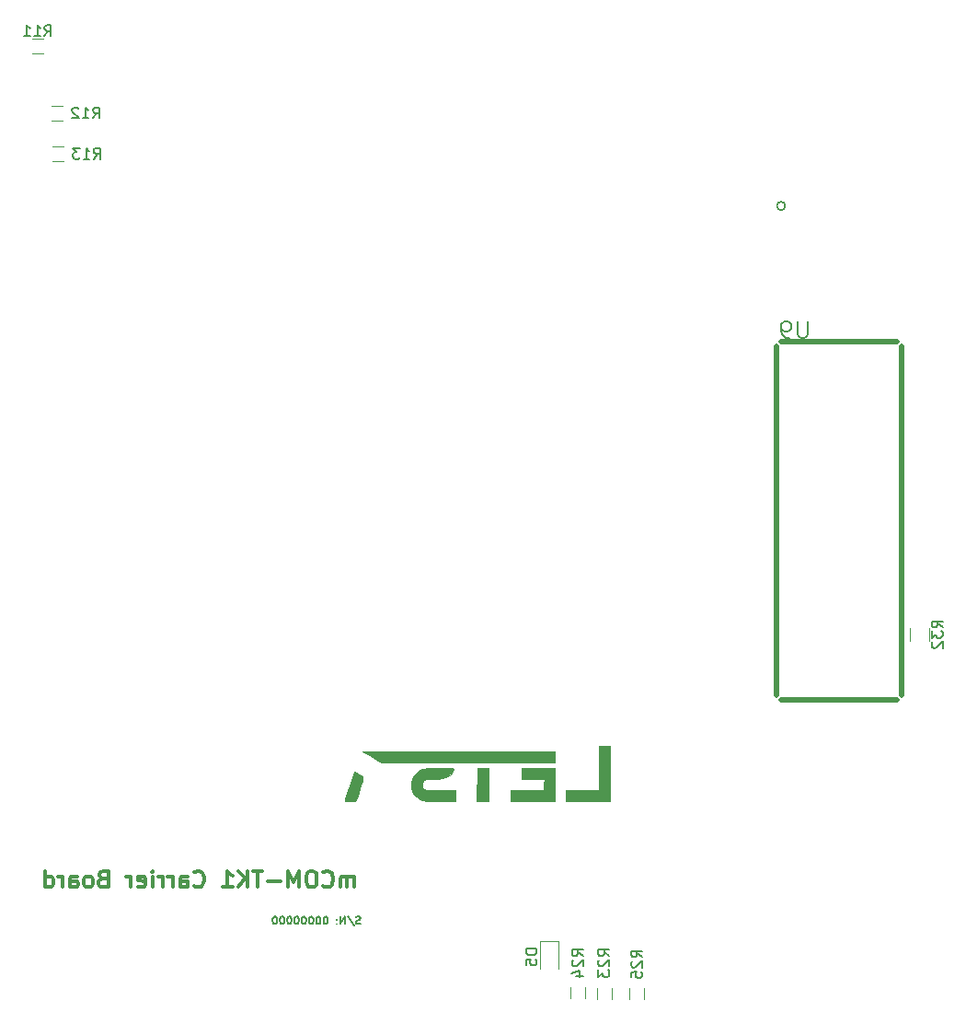
<source format=gbr>
G04 #@! TF.FileFunction,Legend,Bot*
%FSLAX45Y45*%
G04 Gerber Fmt 4.5, Leading zero omitted, Abs format (unit mm)*
G04 Created by KiCad (PCBNEW 4.0.7) date 02/13/18 13:39:06*
%MOMM*%
%LPD*%
G01*
G04 APERTURE LIST*
%ADD10C,0.100000*%
%ADD11C,0.175000*%
%ADD12C,0.300000*%
%ADD13C,0.010000*%
%ADD14C,0.152400*%
%ADD15C,0.120000*%
%ADD16C,0.500000*%
%ADD17C,0.150000*%
G04 APERTURE END LIST*
D10*
D11*
X11728333Y-10728333D02*
X11718333Y-10731667D01*
X11701667Y-10731667D01*
X11695000Y-10728333D01*
X11691667Y-10725000D01*
X11688333Y-10718333D01*
X11688333Y-10711667D01*
X11691667Y-10705000D01*
X11695000Y-10701667D01*
X11701667Y-10698333D01*
X11715000Y-10695000D01*
X11721667Y-10691667D01*
X11725000Y-10688333D01*
X11728333Y-10681667D01*
X11728333Y-10675000D01*
X11725000Y-10668333D01*
X11721667Y-10665000D01*
X11715000Y-10661667D01*
X11698333Y-10661667D01*
X11688333Y-10665000D01*
X11608333Y-10658333D02*
X11668333Y-10748333D01*
X11585000Y-10731667D02*
X11585000Y-10661667D01*
X11545000Y-10731667D01*
X11545000Y-10661667D01*
X11511667Y-10725000D02*
X11508333Y-10728333D01*
X11511667Y-10731667D01*
X11515000Y-10728333D01*
X11511667Y-10725000D01*
X11511667Y-10731667D01*
X11511667Y-10688333D02*
X11508333Y-10691667D01*
X11511667Y-10695000D01*
X11515000Y-10691667D01*
X11511667Y-10688333D01*
X11511667Y-10695000D01*
X11411667Y-10661667D02*
X11405000Y-10661667D01*
X11398333Y-10665000D01*
X11395000Y-10668333D01*
X11391667Y-10675000D01*
X11388333Y-10688333D01*
X11388333Y-10705000D01*
X11391667Y-10718333D01*
X11395000Y-10725000D01*
X11398333Y-10728333D01*
X11405000Y-10731667D01*
X11411667Y-10731667D01*
X11418333Y-10728333D01*
X11421667Y-10725000D01*
X11425000Y-10718333D01*
X11428333Y-10705000D01*
X11428333Y-10688333D01*
X11425000Y-10675000D01*
X11421667Y-10668333D01*
X11418333Y-10665000D01*
X11411667Y-10661667D01*
X11345000Y-10661667D02*
X11338333Y-10661667D01*
X11331667Y-10665000D01*
X11328333Y-10668333D01*
X11325000Y-10675000D01*
X11321667Y-10688333D01*
X11321667Y-10705000D01*
X11325000Y-10718333D01*
X11328333Y-10725000D01*
X11331667Y-10728333D01*
X11338333Y-10731667D01*
X11345000Y-10731667D01*
X11351667Y-10728333D01*
X11355000Y-10725000D01*
X11358333Y-10718333D01*
X11361667Y-10705000D01*
X11361667Y-10688333D01*
X11358333Y-10675000D01*
X11355000Y-10668333D01*
X11351667Y-10665000D01*
X11345000Y-10661667D01*
X11278333Y-10661667D02*
X11271667Y-10661667D01*
X11265000Y-10665000D01*
X11261667Y-10668333D01*
X11258333Y-10675000D01*
X11255000Y-10688333D01*
X11255000Y-10705000D01*
X11258333Y-10718333D01*
X11261667Y-10725000D01*
X11265000Y-10728333D01*
X11271667Y-10731667D01*
X11278333Y-10731667D01*
X11285000Y-10728333D01*
X11288333Y-10725000D01*
X11291667Y-10718333D01*
X11295000Y-10705000D01*
X11295000Y-10688333D01*
X11291667Y-10675000D01*
X11288333Y-10668333D01*
X11285000Y-10665000D01*
X11278333Y-10661667D01*
X11211667Y-10661667D02*
X11205000Y-10661667D01*
X11198333Y-10665000D01*
X11195000Y-10668333D01*
X11191667Y-10675000D01*
X11188333Y-10688333D01*
X11188333Y-10705000D01*
X11191667Y-10718333D01*
X11195000Y-10725000D01*
X11198333Y-10728333D01*
X11205000Y-10731667D01*
X11211667Y-10731667D01*
X11218333Y-10728333D01*
X11221667Y-10725000D01*
X11225000Y-10718333D01*
X11228333Y-10705000D01*
X11228333Y-10688333D01*
X11225000Y-10675000D01*
X11221667Y-10668333D01*
X11218333Y-10665000D01*
X11211667Y-10661667D01*
X11145000Y-10661667D02*
X11138333Y-10661667D01*
X11131667Y-10665000D01*
X11128333Y-10668333D01*
X11125000Y-10675000D01*
X11121667Y-10688333D01*
X11121667Y-10705000D01*
X11125000Y-10718333D01*
X11128333Y-10725000D01*
X11131667Y-10728333D01*
X11138333Y-10731667D01*
X11145000Y-10731667D01*
X11151667Y-10728333D01*
X11155000Y-10725000D01*
X11158333Y-10718333D01*
X11161667Y-10705000D01*
X11161667Y-10688333D01*
X11158333Y-10675000D01*
X11155000Y-10668333D01*
X11151667Y-10665000D01*
X11145000Y-10661667D01*
X11078333Y-10661667D02*
X11071667Y-10661667D01*
X11065000Y-10665000D01*
X11061667Y-10668333D01*
X11058333Y-10675000D01*
X11055000Y-10688333D01*
X11055000Y-10705000D01*
X11058333Y-10718333D01*
X11061667Y-10725000D01*
X11065000Y-10728333D01*
X11071667Y-10731667D01*
X11078333Y-10731667D01*
X11085000Y-10728333D01*
X11088333Y-10725000D01*
X11091667Y-10718333D01*
X11095000Y-10705000D01*
X11095000Y-10688333D01*
X11091667Y-10675000D01*
X11088333Y-10668333D01*
X11085000Y-10665000D01*
X11078333Y-10661667D01*
X11011667Y-10661667D02*
X11005000Y-10661667D01*
X10998333Y-10665000D01*
X10995000Y-10668333D01*
X10991667Y-10675000D01*
X10988333Y-10688333D01*
X10988333Y-10705000D01*
X10991667Y-10718333D01*
X10995000Y-10725000D01*
X10998333Y-10728333D01*
X11005000Y-10731667D01*
X11011667Y-10731667D01*
X11018333Y-10728333D01*
X11021667Y-10725000D01*
X11025000Y-10718333D01*
X11028333Y-10705000D01*
X11028333Y-10688333D01*
X11025000Y-10675000D01*
X11021667Y-10668333D01*
X11018333Y-10665000D01*
X11011667Y-10661667D01*
X10945000Y-10661667D02*
X10938333Y-10661667D01*
X10931667Y-10665000D01*
X10928333Y-10668333D01*
X10925000Y-10675000D01*
X10921667Y-10688333D01*
X10921667Y-10705000D01*
X10925000Y-10718333D01*
X10928333Y-10725000D01*
X10931667Y-10728333D01*
X10938333Y-10731667D01*
X10945000Y-10731667D01*
X10951667Y-10728333D01*
X10955000Y-10725000D01*
X10958333Y-10718333D01*
X10961667Y-10705000D01*
X10961667Y-10688333D01*
X10958333Y-10675000D01*
X10955000Y-10668333D01*
X10951667Y-10665000D01*
X10945000Y-10661667D01*
D12*
X11671428Y-10392857D02*
X11671428Y-10292857D01*
X11671428Y-10307143D02*
X11664286Y-10300000D01*
X11650000Y-10292857D01*
X11628571Y-10292857D01*
X11614286Y-10300000D01*
X11607143Y-10314286D01*
X11607143Y-10392857D01*
X11607143Y-10314286D02*
X11600000Y-10300000D01*
X11585714Y-10292857D01*
X11564286Y-10292857D01*
X11550000Y-10300000D01*
X11542857Y-10314286D01*
X11542857Y-10392857D01*
X11385714Y-10378571D02*
X11392857Y-10385714D01*
X11414286Y-10392857D01*
X11428571Y-10392857D01*
X11450000Y-10385714D01*
X11464286Y-10371429D01*
X11471428Y-10357143D01*
X11478571Y-10328571D01*
X11478571Y-10307143D01*
X11471428Y-10278571D01*
X11464286Y-10264286D01*
X11450000Y-10250000D01*
X11428571Y-10242857D01*
X11414286Y-10242857D01*
X11392857Y-10250000D01*
X11385714Y-10257143D01*
X11292857Y-10242857D02*
X11264286Y-10242857D01*
X11250000Y-10250000D01*
X11235714Y-10264286D01*
X11228571Y-10292857D01*
X11228571Y-10342857D01*
X11235714Y-10371429D01*
X11250000Y-10385714D01*
X11264286Y-10392857D01*
X11292857Y-10392857D01*
X11307143Y-10385714D01*
X11321428Y-10371429D01*
X11328571Y-10342857D01*
X11328571Y-10292857D01*
X11321428Y-10264286D01*
X11307143Y-10250000D01*
X11292857Y-10242857D01*
X11164286Y-10392857D02*
X11164286Y-10242857D01*
X11114286Y-10350000D01*
X11064286Y-10242857D01*
X11064286Y-10392857D01*
X10992857Y-10335714D02*
X10878571Y-10335714D01*
X10828571Y-10242857D02*
X10742857Y-10242857D01*
X10785714Y-10392857D02*
X10785714Y-10242857D01*
X10692857Y-10392857D02*
X10692857Y-10242857D01*
X10607143Y-10392857D02*
X10671428Y-10307143D01*
X10607143Y-10242857D02*
X10692857Y-10328571D01*
X10464286Y-10392857D02*
X10550000Y-10392857D01*
X10507143Y-10392857D02*
X10507143Y-10242857D01*
X10521428Y-10264286D01*
X10535714Y-10278571D01*
X10550000Y-10285714D01*
X10200000Y-10378571D02*
X10207143Y-10385714D01*
X10228571Y-10392857D01*
X10242857Y-10392857D01*
X10264286Y-10385714D01*
X10278571Y-10371429D01*
X10285714Y-10357143D01*
X10292857Y-10328571D01*
X10292857Y-10307143D01*
X10285714Y-10278571D01*
X10278571Y-10264286D01*
X10264286Y-10250000D01*
X10242857Y-10242857D01*
X10228571Y-10242857D01*
X10207143Y-10250000D01*
X10200000Y-10257143D01*
X10071429Y-10392857D02*
X10071429Y-10314286D01*
X10078571Y-10300000D01*
X10092857Y-10292857D01*
X10121429Y-10292857D01*
X10135714Y-10300000D01*
X10071429Y-10385714D02*
X10085714Y-10392857D01*
X10121429Y-10392857D01*
X10135714Y-10385714D01*
X10142857Y-10371429D01*
X10142857Y-10357143D01*
X10135714Y-10342857D01*
X10121429Y-10335714D01*
X10085714Y-10335714D01*
X10071429Y-10328571D01*
X10000000Y-10392857D02*
X10000000Y-10292857D01*
X10000000Y-10321429D02*
X9992857Y-10307143D01*
X9985714Y-10300000D01*
X9971429Y-10292857D01*
X9957143Y-10292857D01*
X9907143Y-10392857D02*
X9907143Y-10292857D01*
X9907143Y-10321429D02*
X9900000Y-10307143D01*
X9892857Y-10300000D01*
X9878571Y-10292857D01*
X9864286Y-10292857D01*
X9814286Y-10392857D02*
X9814286Y-10292857D01*
X9814286Y-10242857D02*
X9821429Y-10250000D01*
X9814286Y-10257143D01*
X9807143Y-10250000D01*
X9814286Y-10242857D01*
X9814286Y-10257143D01*
X9685714Y-10385714D02*
X9700000Y-10392857D01*
X9728571Y-10392857D01*
X9742857Y-10385714D01*
X9750000Y-10371429D01*
X9750000Y-10314286D01*
X9742857Y-10300000D01*
X9728571Y-10292857D01*
X9700000Y-10292857D01*
X9685714Y-10300000D01*
X9678571Y-10314286D01*
X9678571Y-10328571D01*
X9750000Y-10342857D01*
X9614286Y-10392857D02*
X9614286Y-10292857D01*
X9614286Y-10321429D02*
X9607143Y-10307143D01*
X9600000Y-10300000D01*
X9585714Y-10292857D01*
X9571429Y-10292857D01*
X9357143Y-10314286D02*
X9335714Y-10321429D01*
X9328572Y-10328571D01*
X9321429Y-10342857D01*
X9321429Y-10364286D01*
X9328572Y-10378571D01*
X9335714Y-10385714D01*
X9350000Y-10392857D01*
X9407143Y-10392857D01*
X9407143Y-10242857D01*
X9357143Y-10242857D01*
X9342857Y-10250000D01*
X9335714Y-10257143D01*
X9328572Y-10271429D01*
X9328572Y-10285714D01*
X9335714Y-10300000D01*
X9342857Y-10307143D01*
X9357143Y-10314286D01*
X9407143Y-10314286D01*
X9235714Y-10392857D02*
X9250000Y-10385714D01*
X9257143Y-10378571D01*
X9264286Y-10364286D01*
X9264286Y-10321429D01*
X9257143Y-10307143D01*
X9250000Y-10300000D01*
X9235714Y-10292857D01*
X9214286Y-10292857D01*
X9200000Y-10300000D01*
X9192857Y-10307143D01*
X9185714Y-10321429D01*
X9185714Y-10364286D01*
X9192857Y-10378571D01*
X9200000Y-10385714D01*
X9214286Y-10392857D01*
X9235714Y-10392857D01*
X9057143Y-10392857D02*
X9057143Y-10314286D01*
X9064286Y-10300000D01*
X9078572Y-10292857D01*
X9107143Y-10292857D01*
X9121429Y-10300000D01*
X9057143Y-10385714D02*
X9071429Y-10392857D01*
X9107143Y-10392857D01*
X9121429Y-10385714D01*
X9128572Y-10371429D01*
X9128572Y-10357143D01*
X9121429Y-10342857D01*
X9107143Y-10335714D01*
X9071429Y-10335714D01*
X9057143Y-10328571D01*
X8985714Y-10392857D02*
X8985714Y-10292857D01*
X8985714Y-10321429D02*
X8978572Y-10307143D01*
X8971429Y-10300000D01*
X8957143Y-10292857D01*
X8942857Y-10292857D01*
X8828572Y-10392857D02*
X8828572Y-10242857D01*
X8828572Y-10385714D02*
X8842857Y-10392857D01*
X8871429Y-10392857D01*
X8885714Y-10385714D01*
X8892857Y-10378571D01*
X8900000Y-10364286D01*
X8900000Y-10321429D01*
X8892857Y-10307143D01*
X8885714Y-10300000D01*
X8871429Y-10292857D01*
X8842857Y-10292857D01*
X8828572Y-10300000D01*
D13*
G36*
X13926267Y-9298398D02*
X13924750Y-9501886D01*
X13621678Y-9501886D01*
X13621682Y-9602909D01*
X14025773Y-9602909D01*
X14025773Y-9094909D01*
X13927784Y-9094909D01*
X13926267Y-9298398D01*
X13926267Y-9298398D01*
G37*
X13926267Y-9298398D02*
X13924750Y-9501886D01*
X13621678Y-9501886D01*
X13621682Y-9602909D01*
X14025773Y-9602909D01*
X14025773Y-9094909D01*
X13927784Y-9094909D01*
X13926267Y-9298398D01*
G36*
X13211818Y-9400864D02*
X13420086Y-9400864D01*
X13418418Y-9451375D01*
X13416750Y-9501886D01*
X13263773Y-9503037D01*
X13110795Y-9504188D01*
X13109128Y-9553549D01*
X13107460Y-9602909D01*
X13517773Y-9602909D01*
X13517773Y-9296955D01*
X13211818Y-9296955D01*
X13211818Y-9400864D01*
X13211818Y-9400864D01*
G37*
X13211818Y-9400864D02*
X13420086Y-9400864D01*
X13418418Y-9451375D01*
X13416750Y-9501886D01*
X13263773Y-9503037D01*
X13110795Y-9504188D01*
X13109128Y-9553549D01*
X13107460Y-9602909D01*
X13517773Y-9602909D01*
X13517773Y-9296955D01*
X13211818Y-9296955D01*
X13211818Y-9400864D01*
G36*
X12855352Y-9298173D02*
X12804841Y-9299841D01*
X12801763Y-9602909D01*
X12905864Y-9602909D01*
X12905864Y-9296505D01*
X12855352Y-9298173D01*
X12855352Y-9298173D01*
G37*
X12855352Y-9298173D02*
X12804841Y-9299841D01*
X12801763Y-9602909D01*
X12905864Y-9602909D01*
X12905864Y-9296505D01*
X12855352Y-9298173D01*
G36*
X12409753Y-9297205D02*
X12369893Y-9298162D01*
X12338318Y-9300134D01*
X12313402Y-9303430D01*
X12293519Y-9308357D01*
X12277041Y-9315225D01*
X12262343Y-9324342D01*
X12247798Y-9336015D01*
X12246213Y-9337402D01*
X12219098Y-9368139D01*
X12201831Y-9402608D01*
X12194081Y-9439089D01*
X12195518Y-9475865D01*
X12205812Y-9511216D01*
X12224632Y-9543424D01*
X12251647Y-9570769D01*
X12286529Y-9591534D01*
X12295778Y-9595254D01*
X12309174Y-9597813D01*
X12333867Y-9599827D01*
X12369622Y-9601286D01*
X12416203Y-9602180D01*
X12457034Y-9602470D01*
X12599909Y-9602909D01*
X12599909Y-9504773D01*
X12472724Y-9504773D01*
X12424550Y-9504530D01*
X12386588Y-9503639D01*
X12357512Y-9501856D01*
X12335995Y-9498937D01*
X12320711Y-9494637D01*
X12310334Y-9488713D01*
X12303537Y-9480920D01*
X12299691Y-9472926D01*
X12294447Y-9451355D01*
X12298228Y-9433943D01*
X12310829Y-9417738D01*
X12318324Y-9410604D01*
X12325471Y-9405831D01*
X12334679Y-9402946D01*
X12348359Y-9401472D01*
X12368921Y-9400937D01*
X12396502Y-9400864D01*
X12443646Y-9399407D01*
X12481463Y-9394565D01*
X12511855Y-9385629D01*
X12536726Y-9371891D01*
X12557978Y-9352645D01*
X12571559Y-9335739D01*
X12580265Y-9323608D01*
X12585847Y-9314313D01*
X12587216Y-9307475D01*
X12583285Y-9302717D01*
X12572962Y-9299664D01*
X12555161Y-9297937D01*
X12528792Y-9297161D01*
X12492766Y-9296958D01*
X12459525Y-9296955D01*
X12409753Y-9297205D01*
X12409753Y-9297205D01*
G37*
X12409753Y-9297205D02*
X12369893Y-9298162D01*
X12338318Y-9300134D01*
X12313402Y-9303430D01*
X12293519Y-9308357D01*
X12277041Y-9315225D01*
X12262343Y-9324342D01*
X12247798Y-9336015D01*
X12246213Y-9337402D01*
X12219098Y-9368139D01*
X12201831Y-9402608D01*
X12194081Y-9439089D01*
X12195518Y-9475865D01*
X12205812Y-9511216D01*
X12224632Y-9543424D01*
X12251647Y-9570769D01*
X12286529Y-9591534D01*
X12295778Y-9595254D01*
X12309174Y-9597813D01*
X12333867Y-9599827D01*
X12369622Y-9601286D01*
X12416203Y-9602180D01*
X12457034Y-9602470D01*
X12599909Y-9602909D01*
X12599909Y-9504773D01*
X12472724Y-9504773D01*
X12424550Y-9504530D01*
X12386588Y-9503639D01*
X12357512Y-9501856D01*
X12335995Y-9498937D01*
X12320711Y-9494637D01*
X12310334Y-9488713D01*
X12303537Y-9480920D01*
X12299691Y-9472926D01*
X12294447Y-9451355D01*
X12298228Y-9433943D01*
X12310829Y-9417738D01*
X12318324Y-9410604D01*
X12325471Y-9405831D01*
X12334679Y-9402946D01*
X12348359Y-9401472D01*
X12368921Y-9400937D01*
X12396502Y-9400864D01*
X12443646Y-9399407D01*
X12481463Y-9394565D01*
X12511855Y-9385629D01*
X12536726Y-9371891D01*
X12557978Y-9352645D01*
X12571559Y-9335739D01*
X12580265Y-9323608D01*
X12585847Y-9314313D01*
X12587216Y-9307475D01*
X12583285Y-9302717D01*
X12572962Y-9299664D01*
X12555161Y-9297937D01*
X12528792Y-9297161D01*
X12492766Y-9296958D01*
X12459525Y-9296955D01*
X12409753Y-9297205D01*
G36*
X11627639Y-9463059D02*
X11615402Y-9499947D01*
X11604485Y-9533185D01*
X11595394Y-9561211D01*
X11588632Y-9582462D01*
X11584704Y-9595376D01*
X11583909Y-9598582D01*
X11589122Y-9601259D01*
X11602659Y-9602782D01*
X11621363Y-9603241D01*
X11642080Y-9602725D01*
X11661655Y-9601326D01*
X11676932Y-9599133D01*
X11684757Y-9596235D01*
X11685114Y-9595693D01*
X11687725Y-9588153D01*
X11693368Y-9571503D01*
X11701421Y-9547585D01*
X11711265Y-9518241D01*
X11722279Y-9485316D01*
X11722528Y-9484568D01*
X11734966Y-9447669D01*
X11743960Y-9420108D01*
X11749273Y-9400132D01*
X11750668Y-9385990D01*
X11747907Y-9375928D01*
X11740755Y-9368194D01*
X11728973Y-9361035D01*
X11712324Y-9352698D01*
X11704128Y-9348579D01*
X11671369Y-9331864D01*
X11627639Y-9463059D01*
X11627639Y-9463059D01*
G37*
X11627639Y-9463059D02*
X11615402Y-9499947D01*
X11604485Y-9533185D01*
X11595394Y-9561211D01*
X11588632Y-9582462D01*
X11584704Y-9595376D01*
X11583909Y-9598582D01*
X11589122Y-9601259D01*
X11602659Y-9602782D01*
X11621363Y-9603241D01*
X11642080Y-9602725D01*
X11661655Y-9601326D01*
X11676932Y-9599133D01*
X11684757Y-9596235D01*
X11685114Y-9595693D01*
X11687725Y-9588153D01*
X11693368Y-9571503D01*
X11701421Y-9547585D01*
X11711265Y-9518241D01*
X11722279Y-9485316D01*
X11722528Y-9484568D01*
X11734966Y-9447669D01*
X11743960Y-9420108D01*
X11749273Y-9400132D01*
X11750668Y-9385990D01*
X11747907Y-9375928D01*
X11740755Y-9368194D01*
X11728973Y-9361035D01*
X11712324Y-9352698D01*
X11704128Y-9348579D01*
X11671369Y-9331864D01*
X11627639Y-9463059D01*
G36*
X11796369Y-9170081D02*
X11823154Y-9184522D01*
X11851211Y-9201298D01*
X11875049Y-9217104D01*
X11877871Y-9219149D01*
X11912987Y-9245000D01*
X13517773Y-9245000D01*
X13517773Y-9146864D01*
X11749981Y-9146864D01*
X11796369Y-9170081D01*
X11796369Y-9170081D01*
G37*
X11796369Y-9170081D02*
X11823154Y-9184522D01*
X11851211Y-9201298D01*
X11875049Y-9217104D01*
X11877871Y-9219149D01*
X11912987Y-9245000D01*
X13517773Y-9245000D01*
X13517773Y-9146864D01*
X11749981Y-9146864D01*
X11796369Y-9170081D01*
D14*
X15638101Y-4129500D02*
G75*
G03X15638101Y-4129500I-38100J0D01*
G01*
D15*
X13380500Y-10886000D02*
X13550500Y-10886000D01*
X13550500Y-10886000D02*
X13550500Y-11141000D01*
X13380500Y-10886000D02*
X13380500Y-11141000D01*
X14043500Y-11421000D02*
X14043500Y-11321000D01*
X13907500Y-11321000D02*
X13907500Y-11421000D01*
X13801000Y-11411000D02*
X13801000Y-11311000D01*
X13665000Y-11311000D02*
X13665000Y-11411000D01*
X14341000Y-11421000D02*
X14341000Y-11321000D01*
X14205000Y-11321000D02*
X14205000Y-11421000D01*
X16788000Y-8009000D02*
X16788000Y-8129000D01*
X16964000Y-8129000D02*
X16964000Y-8009000D01*
D16*
X16710000Y-5420000D02*
X16710000Y-8630000D01*
X16670000Y-8670000D02*
X15600000Y-8670000D01*
X15560000Y-8630000D02*
X15560000Y-5420000D01*
X15600000Y-5380000D02*
X16670000Y-5380000D01*
D15*
X8707500Y-2725500D02*
X8807500Y-2725500D01*
X8807500Y-2589500D02*
X8707500Y-2589500D01*
X8890000Y-3345500D02*
X8990000Y-3345500D01*
X8990000Y-3209500D02*
X8890000Y-3209500D01*
X8892500Y-3718000D02*
X8992500Y-3718000D01*
X8992500Y-3582000D02*
X8892500Y-3582000D01*
D17*
X13350738Y-10959691D02*
X13250738Y-10959691D01*
X13250738Y-10983500D01*
X13255500Y-10997786D01*
X13265024Y-11007310D01*
X13274548Y-11012072D01*
X13293595Y-11016833D01*
X13307881Y-11016833D01*
X13326929Y-11012072D01*
X13336452Y-11007310D01*
X13345976Y-10997786D01*
X13350738Y-10983500D01*
X13350738Y-10959691D01*
X13250738Y-11107310D02*
X13250738Y-11059691D01*
X13298357Y-11054929D01*
X13293595Y-11059691D01*
X13288833Y-11069214D01*
X13288833Y-11093024D01*
X13293595Y-11102548D01*
X13298357Y-11107310D01*
X13307881Y-11112072D01*
X13331690Y-11112072D01*
X13341214Y-11107310D01*
X13345976Y-11102548D01*
X13350738Y-11093024D01*
X13350738Y-11069214D01*
X13345976Y-11059691D01*
X13341214Y-11054929D01*
X14018238Y-11026714D02*
X13970619Y-10993381D01*
X14018238Y-10969571D02*
X13918238Y-10969571D01*
X13918238Y-11007667D01*
X13923000Y-11017191D01*
X13927762Y-11021952D01*
X13937286Y-11026714D01*
X13951571Y-11026714D01*
X13961095Y-11021952D01*
X13965857Y-11017191D01*
X13970619Y-11007667D01*
X13970619Y-10969571D01*
X13927762Y-11064810D02*
X13923000Y-11069571D01*
X13918238Y-11079095D01*
X13918238Y-11102905D01*
X13923000Y-11112429D01*
X13927762Y-11117191D01*
X13937286Y-11121952D01*
X13946809Y-11121952D01*
X13961095Y-11117191D01*
X14018238Y-11060048D01*
X14018238Y-11121952D01*
X13918238Y-11155286D02*
X13918238Y-11217190D01*
X13956333Y-11183857D01*
X13956333Y-11198143D01*
X13961095Y-11207667D01*
X13965857Y-11212429D01*
X13975381Y-11217190D01*
X13999190Y-11217190D01*
X14008714Y-11212429D01*
X14013476Y-11207667D01*
X14018238Y-11198143D01*
X14018238Y-11169571D01*
X14013476Y-11160048D01*
X14008714Y-11155286D01*
X13775738Y-11026714D02*
X13728119Y-10993381D01*
X13775738Y-10969571D02*
X13675738Y-10969571D01*
X13675738Y-11007667D01*
X13680500Y-11017191D01*
X13685262Y-11021952D01*
X13694786Y-11026714D01*
X13709071Y-11026714D01*
X13718595Y-11021952D01*
X13723357Y-11017191D01*
X13728119Y-11007667D01*
X13728119Y-10969571D01*
X13685262Y-11064810D02*
X13680500Y-11069571D01*
X13675738Y-11079095D01*
X13675738Y-11102905D01*
X13680500Y-11112429D01*
X13685262Y-11117191D01*
X13694786Y-11121952D01*
X13704309Y-11121952D01*
X13718595Y-11117191D01*
X13775738Y-11060048D01*
X13775738Y-11121952D01*
X13709071Y-11207667D02*
X13775738Y-11207667D01*
X13670976Y-11183857D02*
X13742405Y-11160048D01*
X13742405Y-11221952D01*
X14320738Y-11036714D02*
X14273119Y-11003381D01*
X14320738Y-10979571D02*
X14220738Y-10979571D01*
X14220738Y-11017667D01*
X14225500Y-11027191D01*
X14230262Y-11031952D01*
X14239786Y-11036714D01*
X14254071Y-11036714D01*
X14263595Y-11031952D01*
X14268357Y-11027191D01*
X14273119Y-11017667D01*
X14273119Y-10979571D01*
X14230262Y-11074810D02*
X14225500Y-11079571D01*
X14220738Y-11089095D01*
X14220738Y-11112905D01*
X14225500Y-11122429D01*
X14230262Y-11127191D01*
X14239786Y-11131952D01*
X14249309Y-11131952D01*
X14263595Y-11127191D01*
X14320738Y-11070048D01*
X14320738Y-11131952D01*
X14220738Y-11222429D02*
X14220738Y-11174810D01*
X14268357Y-11170048D01*
X14263595Y-11174810D01*
X14258833Y-11184333D01*
X14258833Y-11208143D01*
X14263595Y-11217667D01*
X14268357Y-11222429D01*
X14277881Y-11227190D01*
X14301690Y-11227190D01*
X14311214Y-11222429D01*
X14315976Y-11217667D01*
X14320738Y-11208143D01*
X14320738Y-11184333D01*
X14315976Y-11174810D01*
X14311214Y-11170048D01*
X17086238Y-8004714D02*
X17038619Y-7971381D01*
X17086238Y-7947571D02*
X16986238Y-7947571D01*
X16986238Y-7985667D01*
X16991000Y-7995190D01*
X16995762Y-7999952D01*
X17005286Y-8004714D01*
X17019571Y-8004714D01*
X17029095Y-7999952D01*
X17033857Y-7995190D01*
X17038619Y-7985667D01*
X17038619Y-7947571D01*
X16986238Y-8038048D02*
X16986238Y-8099952D01*
X17024333Y-8066619D01*
X17024333Y-8080905D01*
X17029095Y-8090429D01*
X17033857Y-8095190D01*
X17043381Y-8099952D01*
X17067191Y-8099952D01*
X17076714Y-8095190D01*
X17081476Y-8090429D01*
X17086238Y-8080905D01*
X17086238Y-8052333D01*
X17081476Y-8042809D01*
X17076714Y-8038048D01*
X16995762Y-8138048D02*
X16991000Y-8142809D01*
X16986238Y-8152333D01*
X16986238Y-8176143D01*
X16991000Y-8185667D01*
X16995762Y-8190429D01*
X17005286Y-8195190D01*
X17014810Y-8195190D01*
X17029095Y-8190429D01*
X17086238Y-8133286D01*
X17086238Y-8195190D01*
X15841614Y-5190543D02*
X15841614Y-5313914D01*
X15834357Y-5328429D01*
X15827100Y-5335686D01*
X15812586Y-5342943D01*
X15783557Y-5342943D01*
X15769043Y-5335686D01*
X15761786Y-5328429D01*
X15754529Y-5313914D01*
X15754529Y-5190543D01*
X15674700Y-5342943D02*
X15645671Y-5342943D01*
X15631157Y-5335686D01*
X15623900Y-5328429D01*
X15609386Y-5306657D01*
X15602129Y-5277629D01*
X15602129Y-5219571D01*
X15609386Y-5205057D01*
X15616643Y-5197800D01*
X15631157Y-5190543D01*
X15660186Y-5190543D01*
X15674700Y-5197800D01*
X15681957Y-5205057D01*
X15689214Y-5219571D01*
X15689214Y-5255857D01*
X15681957Y-5270371D01*
X15674700Y-5277629D01*
X15660186Y-5284886D01*
X15631157Y-5284886D01*
X15616643Y-5277629D01*
X15609386Y-5270371D01*
X15602129Y-5255857D01*
X8821786Y-2567738D02*
X8855119Y-2520119D01*
X8878929Y-2567738D02*
X8878929Y-2467738D01*
X8840833Y-2467738D01*
X8831310Y-2472500D01*
X8826548Y-2477262D01*
X8821786Y-2486786D01*
X8821786Y-2501071D01*
X8826548Y-2510595D01*
X8831310Y-2515357D01*
X8840833Y-2520119D01*
X8878929Y-2520119D01*
X8726548Y-2567738D02*
X8783691Y-2567738D01*
X8755119Y-2567738D02*
X8755119Y-2467738D01*
X8764643Y-2482024D01*
X8774167Y-2491548D01*
X8783691Y-2496310D01*
X8631310Y-2567738D02*
X8688452Y-2567738D01*
X8659881Y-2567738D02*
X8659881Y-2467738D01*
X8669405Y-2482024D01*
X8678929Y-2491548D01*
X8688452Y-2496310D01*
X9266786Y-3322738D02*
X9300119Y-3275119D01*
X9323929Y-3322738D02*
X9323929Y-3222738D01*
X9285833Y-3222738D01*
X9276310Y-3227500D01*
X9271548Y-3232262D01*
X9266786Y-3241786D01*
X9266786Y-3256071D01*
X9271548Y-3265595D01*
X9276310Y-3270357D01*
X9285833Y-3275119D01*
X9323929Y-3275119D01*
X9171548Y-3322738D02*
X9228691Y-3322738D01*
X9200119Y-3322738D02*
X9200119Y-3222738D01*
X9209643Y-3237024D01*
X9219167Y-3246548D01*
X9228691Y-3251309D01*
X9133452Y-3232262D02*
X9128691Y-3227500D01*
X9119167Y-3222738D01*
X9095357Y-3222738D01*
X9085833Y-3227500D01*
X9081071Y-3232262D01*
X9076310Y-3241786D01*
X9076310Y-3251309D01*
X9081071Y-3265595D01*
X9138214Y-3322738D01*
X9076310Y-3322738D01*
X9274286Y-3697738D02*
X9307619Y-3650119D01*
X9331429Y-3697738D02*
X9331429Y-3597738D01*
X9293333Y-3597738D01*
X9283810Y-3602500D01*
X9279048Y-3607262D01*
X9274286Y-3616786D01*
X9274286Y-3631071D01*
X9279048Y-3640595D01*
X9283810Y-3645357D01*
X9293333Y-3650119D01*
X9331429Y-3650119D01*
X9179048Y-3697738D02*
X9236191Y-3697738D01*
X9207619Y-3697738D02*
X9207619Y-3597738D01*
X9217143Y-3612024D01*
X9226667Y-3621548D01*
X9236191Y-3626309D01*
X9145714Y-3597738D02*
X9083810Y-3597738D01*
X9117143Y-3635833D01*
X9102857Y-3635833D01*
X9093333Y-3640595D01*
X9088571Y-3645357D01*
X9083810Y-3654881D01*
X9083810Y-3678690D01*
X9088571Y-3688214D01*
X9093333Y-3692976D01*
X9102857Y-3697738D01*
X9131429Y-3697738D01*
X9140952Y-3692976D01*
X9145714Y-3688214D01*
M02*

</source>
